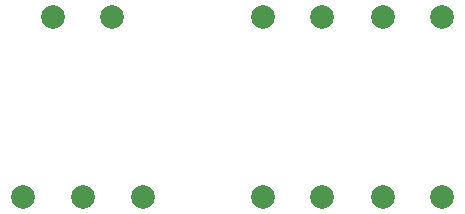
<source format=gtl>
G04 Layer: TopLayer*
G04 EasyEDA v6.5.43, 2024-07-05 18:18:57*
G04 3cc891f10281484faf5b1308816f21d3,cc13f507e4144743b0c78f9bb9a039b6,10*
G04 Gerber Generator version 0.2*
G04 Scale: 100 percent, Rotated: No, Reflected: No *
G04 Dimensions in millimeters *
G04 leading zeros omitted , absolute positions ,4 integer and 5 decimal *
%FSLAX45Y45*%
%MOMM*%

%ADD10C,2.0000*%

%LPD*%
D10*
G01*
X3806443Y6096000D03*
G01*
X3305556Y6096000D03*
G01*
X3305556Y4572000D03*
G01*
X3806443Y4572000D03*
G01*
X4321556Y4572000D03*
G01*
X4822443Y4572000D03*
G01*
X4822443Y6096000D03*
G01*
X4321556Y6096000D03*
G01*
X2028443Y6096000D03*
G01*
X1527555Y6096000D03*
G01*
X2286000Y4572000D03*
G01*
X1270000Y4572000D03*
G01*
X1778000Y4572000D03*
M02*

</source>
